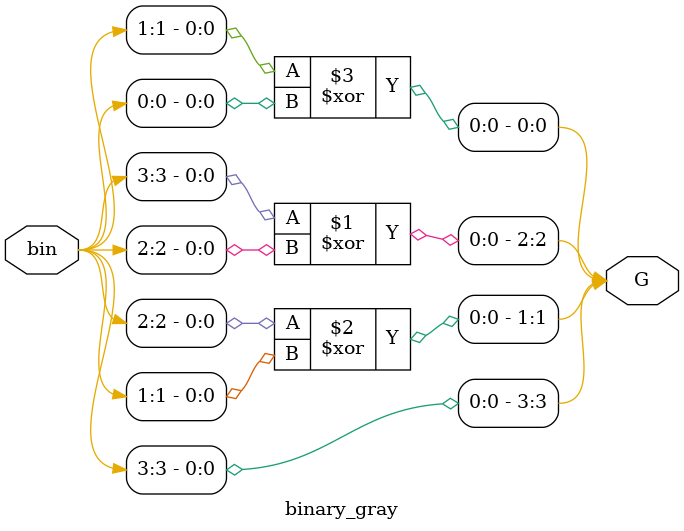
<source format=v>
module binary_gray
        (input [3:0] bin, 
         output [3:0] G 
        );


assign G[3] = bin[3];
assign G[2] = bin[3] ^ bin[2];
assign G[1] = bin[2] ^ bin[1];
assign G[0] = bin[1] ^ bin[0];
endmodule

</source>
